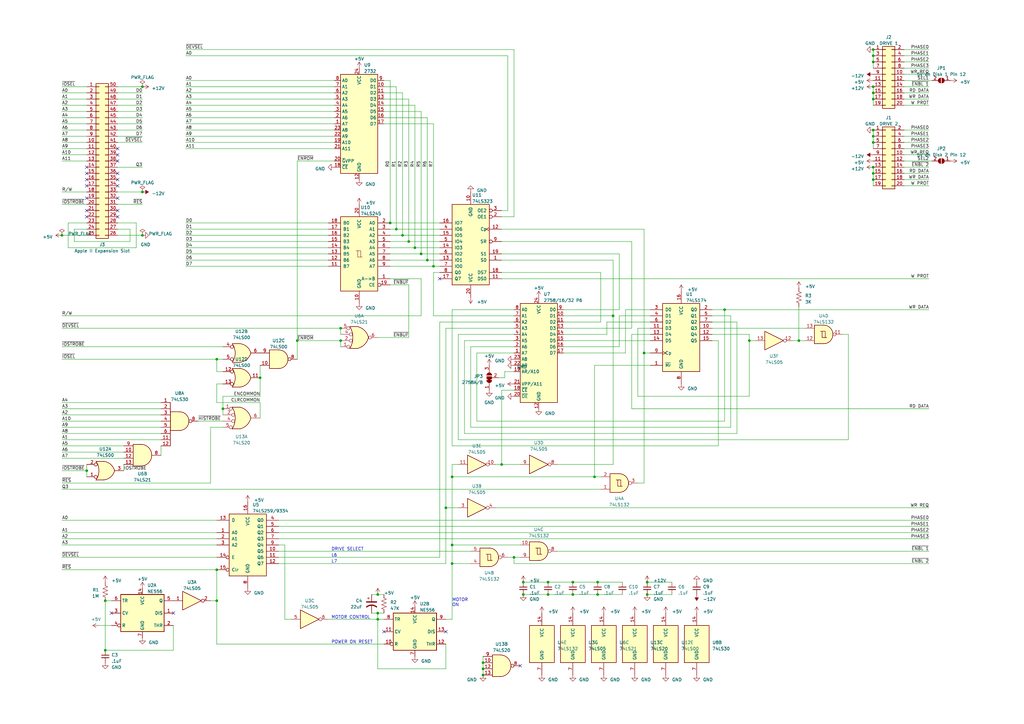
<source format=kicad_sch>
(kicad_sch (version 20230121) (generator eeschema)
  (paper "A3")
  (title_block (title "SmartDiskII") (date "2023-07-22") (rev "0") (company "Bradley Bell"))
  (junction (at 185.42 195.58))
  (junction (at 205.74 190.5))
  (junction (at 358.14 58.42))
  (junction (at 358.14 55.88))
  (junction (at 198.12 271.78))
  (junction (at 154.94 254))
  (junction (at 198.12 276.86))
  (junction (at 251.46 129.54))
  (junction (at 139.7 139.7))
  (junction (at 297.18 127))
  (junction (at 358.14 25.4))
  (junction (at 58.42 96.52))
  (junction (at 358.14 68.58))
  (junction (at 185.42 231.14))
  (junction (at 139.7 134.62))
  (junction (at 358.14 73.66))
  (junction (at 488.95 99.06))
  (junction (at 265.43 243.84))
  (junction (at 160.02 91.44))
  (junction (at 177.8 109.22))
  (junction (at 327.66 139.7))
  (junction (at 245.11 238.76))
  (junction (at 185.42 223.52))
  (junction (at 58.42 78.74))
  (junction (at 447.04 86.36))
  (junction (at 88.9 246.38))
  (junction (at 358.14 40.64))
  (junction (at 214.63 238.76))
  (junction (at 25.4 96.52))
  (junction (at 165.1 96.52))
  (junction (at 35.56 193.04))
  (junction (at 154.94 243.84))
  (junction (at 265.43 238.76))
  (junction (at 172.72 104.14))
  (junction (at 88.9 147.32))
  (junction (at 106.68 154.94))
  (junction (at 488.95 83.82))
  (junction (at 243.84 195.58))
  (junction (at 91.44 167.64))
  (junction (at 210.82 228.6))
  (junction (at 88.9 233.68))
  (junction (at 43.18 266.7))
  (junction (at 447.04 99.06))
  (junction (at 245.11 243.84))
  (junction (at 214.63 243.84))
  (junction (at 43.18 246.38))
  (junction (at 358.14 22.86))
  (junction (at 358.14 35.56))
  (junction (at 198.12 274.32))
  (junction (at 175.26 106.68))
  (junction (at 447.04 83.82))
  (junction (at 121.92 139.7))
  (junction (at 447.04 88.9))
  (junction (at 358.14 53.34))
  (junction (at 167.64 99.06))
  (junction (at 154.94 251.46))
  (junction (at 170.18 101.6))
  (junction (at 358.14 20.32))
  (junction (at 234.95 243.84))
  (junction (at 182.88 208.28))
  (junction (at 234.95 238.76))
  (junction (at 162.56 93.98))
  (junction (at 224.79 238.76))
  (junction (at 224.79 243.84))
  (junction (at 358.14 38.1))
  (junction (at 358.14 71.12))
  (junction (at 264.16 144.78))
  (junction (at 307.34 139.7))
  (junction (at 58.42 35.56))
  (no_connect (at 48.26 71.12))
  (no_connect (at 35.56 71.12))
  (no_connect (at 500.38 71.12))
  (no_connect (at 48.26 73.66))
  (no_connect (at 35.56 76.2))
  (no_connect (at 35.56 68.58))
  (no_connect (at 35.56 73.66))
  (no_connect (at 48.26 63.5))
  (no_connect (at 500.38 55.88))
  (no_connect (at 180.34 114.3))
  (no_connect (at 488.95 106.68))
  (no_connect (at 48.26 60.96))
  (no_connect (at 488.95 104.14))
  (no_connect (at 35.56 86.36))
  (no_connect (at 35.56 81.28))
  (no_connect (at 500.38 12.7))
  (no_connect (at 48.26 86.36))
  (no_connect (at 45.72 251.46))
  (no_connect (at 182.88 259.08))
  (no_connect (at 157.48 259.08))
  (no_connect (at 71.12 251.46))
  (no_connect (at 48.26 81.28))
  (no_connect (at 48.26 88.9))
  (no_connect (at 500.38 73.66))
  (no_connect (at 35.56 88.9))
  (no_connect (at 48.26 66.04))
  (no_connect (at 48.26 76.2))
  (no_connect (at 213.36 273.05))
  (wire (pts (xy 265.43 243.84) (xy 275.59 243.84)))
  (wire (pts (xy 160.02 96.52) (xy 165.1 96.52)))
  (wire (pts (xy 160.02 99.06) (xy 167.64 99.06)))
  (wire (pts (xy 243.84 195.58) (xy 185.42 195.58)))
  (wire (pts (xy 91.44 162.56) (xy 106.68 162.56)))
  (wire (pts (xy 154.94 254) (xy 157.48 254)))
  (wire (pts (xy 76.2 53.34) (xy 137.16 53.34)))
  (wire (pts (xy 88.9 157.48) (xy 91.44 157.48)))
  (wire (pts (xy 154.94 251.46) (xy 154.94 254)))
  (wire (pts (xy 370.84 35.56) (xy 381 35.56)))
  (wire (pts (xy 259.08 99.06) (xy 259.08 134.62)))
  (wire (pts (xy 81.28 172.72) (xy 91.44 172.72)))
  (wire (pts (xy 254 104.14) (xy 254 127)))
  (wire (pts (xy 25.4 129.54) (xy 172.72 129.54)))
  (wire (pts (xy 154.94 274.32) (xy 154.94 254)))
  (wire (pts (xy 160.02 91.44) (xy 180.34 91.44)))
  (wire (pts (xy 447.04 22.86) (xy 457.2 22.86)))
  (wire (pts (xy 251.46 106.68) (xy 205.74 106.68)))
  (wire (pts (xy 234.95 238.76) (xy 245.11 238.76)))
  (wire (pts (xy 25.4 182.88) (xy 50.8 182.88)))
  (wire (pts (xy 86.36 175.26) (xy 91.44 175.26)))
  (wire (pts (xy 25.4 66.04) (xy 35.56 66.04)))
  (wire (pts (xy 162.56 93.98) (xy 162.56 35.56)))
  (wire (pts (xy 58.42 40.64) (xy 48.26 40.64)))
  (wire (pts (xy 447.04 38.1) (xy 457.2 38.1)))
  (wire (pts (xy 481.33 91.44) (xy 488.95 91.44)))
  (wire (pts (xy 203.2 208.28) (xy 381 208.28)))
  (wire (pts (xy 370.84 63.5) (xy 381 63.5)))
  (wire (pts (xy 214.63 238.76) (xy 224.79 238.76)))
  (wire (pts (xy 114.3 215.9) (xy 381 215.9)))
  (wire (pts (xy 501.65 86.36) (xy 511.81 86.36)))
  (wire (pts (xy 25.4 134.62) (xy 139.7 134.62)))
  (wire (pts (xy 436.88 104.14) (xy 447.04 104.14)))
  (wire (pts (xy 76.2 99.06) (xy 134.62 99.06)))
  (wire (pts (xy 27.94 101.6) (xy 27.94 91.44)))
  (wire (pts (xy 469.9 99.06) (xy 459.74 99.06)))
  (wire (pts (xy 25.4 167.64) (xy 66.04 167.64)))
  (wire (pts (xy 261.62 162.56) (xy 261.62 134.62)))
  (wire (pts (xy 55.88 101.6) (xy 27.94 101.6)))
  (wire (pts (xy 43.18 266.7) (xy 43.18 246.38)))
  (wire (pts (xy 198.12 274.32) (xy 198.12 271.78)))
  (wire (pts (xy 256.54 127) (xy 266.7 127)))
  (wire (pts (xy 25.4 45.72) (xy 35.56 45.72)))
  (wire (pts (xy 25.4 185.42) (xy 50.8 185.42)))
  (wire (pts (xy 488.95 83.82) (xy 488.95 86.36)))
  (wire (pts (xy 370.84 22.86) (xy 381 22.86)))
  (wire (pts (xy 231.14 144.78) (xy 256.54 144.78)))
  (wire (pts (xy 167.64 138.43) (xy 167.64 116.84)))
  (wire (pts (xy 205.74 160.02) (xy 210.82 160.02)))
  (wire (pts (xy 490.22 68.58) (xy 500.38 68.58)))
  (wire (pts (xy 35.56 193.04) (xy 35.56 190.5)))
  (wire (pts (xy 76.2 109.22) (xy 134.62 109.22)))
  (wire (pts (xy 71.12 256.54) (xy 71.12 266.7)))
  (wire (pts (xy 205.74 86.36) (xy 208.28 86.36)))
  (wire (pts (xy 469.9 91.44) (xy 459.74 91.44)))
  (wire (pts (xy 58.42 48.26) (xy 48.26 48.26)))
  (wire (pts (xy 76.2 93.98) (xy 134.62 93.98)))
  (wire (pts (xy 292.1 134.62) (xy 330.2 134.62)))
  (wire (pts (xy 48.26 91.44) (xy 55.88 91.44)))
  (wire (pts (xy 76.2 22.86) (xy 208.28 22.86)))
  (wire (pts (xy 58.42 68.58) (xy 48.26 68.58)))
  (wire (pts (xy 245.11 238.76) (xy 255.27 238.76)))
  (wire (pts (xy 210.82 137.16) (xy 187.96 137.16)))
  (wire (pts (xy 447.04 45.72) (xy 457.2 45.72)))
  (wire (pts (xy 307.34 139.7) (xy 307.34 162.56)))
  (wire (pts (xy 490.22 33.02) (xy 500.38 33.02)))
  (wire (pts (xy 447.04 53.34) (xy 457.2 53.34)))
  (wire (pts (xy 25.4 172.72) (xy 66.04 172.72)))
  (wire (pts (xy 76.2 106.68) (xy 134.62 106.68)))
  (wire (pts (xy 292.1 127) (xy 297.18 127)))
  (wire (pts (xy 121.92 66.04) (xy 121.92 139.7)))
  (wire (pts (xy 154.94 138.43) (xy 167.64 138.43)))
  (wire (pts (xy 185.42 223.52) (xy 185.42 231.14)))
  (wire (pts (xy 55.88 91.44) (xy 55.88 101.6)))
  (wire (pts (xy 358.14 68.58) (xy 358.14 71.12)))
  (wire (pts (xy 228.6 190.5) (xy 251.46 190.5)))
  (wire (pts (xy 30.48 93.98) (xy 35.56 93.98)))
  (wire (pts (xy 185.42 190.5) (xy 187.96 190.5)))
  (wire (pts (xy 76.2 101.6) (xy 134.62 101.6)))
  (wire (pts (xy 370.84 58.42) (xy 381 58.42)))
  (wire (pts (xy 25.4 187.96) (xy 50.8 187.96)))
  (wire (pts (xy 180.34 228.6) (xy 114.3 228.6)))
  (wire (pts (xy 370.84 20.32) (xy 381 20.32)))
  (wire (pts (xy 447.04 55.88) (xy 457.2 55.88)))
  (wire (pts (xy 447.04 17.78) (xy 457.2 17.78)))
  (wire (pts (xy 25.4 142.24) (xy 91.44 142.24)))
  (wire (pts (xy 157.48 48.26) (xy 175.26 48.26)))
  (wire (pts (xy 157.48 45.72) (xy 172.72 45.72)))
  (wire (pts (xy 76.2 33.02) (xy 137.16 33.02)))
  (wire (pts (xy 139.7 139.7) (xy 139.7 142.24)))
  (wire (pts (xy 347.98 180.34) (xy 347.98 137.16)))
  (wire (pts (xy 207.01 152.4) (xy 210.82 152.4)))
  (wire (pts (xy 35.56 195.58) (xy 35.56 193.04)))
  (wire (pts (xy 205.74 93.98) (xy 264.16 93.98)))
  (wire (pts (xy 91.44 167.64) (xy 91.44 162.56)))
  (wire (pts (xy 160.02 116.84) (xy 167.64 116.84)))
  (wire (pts (xy 177.8 129.54) (xy 210.82 129.54)))
  (wire (pts (xy 157.48 264.16) (xy 88.9 264.16)))
  (wire (pts (xy 160.02 109.22) (xy 177.8 109.22)))
  (wire (pts (xy 292.1 132.08) (xy 302.26 132.08)))
  (wire (pts (xy 210.82 88.9) (xy 210.82 20.32)))
  (wire (pts (xy 53.34 93.98) (xy 53.34 99.06)))
  (wire (pts (xy 182.88 208.28) (xy 182.88 231.14)))
  (wire (pts (xy 370.84 76.2) (xy 381 76.2)))
  (wire (pts (xy 490.22 27.94) (xy 500.38 27.94)))
  (wire (pts (xy 172.72 114.3) (xy 160.02 114.3)))
  (wire (pts (xy 447.04 99.06) (xy 447.04 101.6)))
  (wire (pts (xy 447.04 12.7) (xy 457.2 12.7)))
  (wire (pts (xy 488.95 99.06) (xy 488.95 101.6)))
  (wire (pts (xy 187.96 180.34) (xy 347.98 180.34)))
  (wire (pts (xy 172.72 129.54) (xy 172.72 114.3)))
  (wire (pts (xy 490.22 22.86) (xy 500.38 22.86)))
  (wire (pts (xy 264.16 93.98) (xy 264.16 144.78)))
  (wire (pts (xy 447.04 33.02) (xy 457.2 33.02)))
  (wire (pts (xy 224.79 243.84) (xy 234.95 243.84)))
  (wire (pts (xy 185.42 195.58) (xy 185.42 190.5)))
  (wire (pts (xy 231.14 137.16) (xy 248.92 137.16)))
  (wire (pts (xy 25.4 53.34) (xy 35.56 53.34)))
  (wire (pts (xy 210.82 127) (xy 185.42 127)))
  (wire (pts (xy 25.4 40.64) (xy 35.56 40.64)))
  (wire (pts (xy 88.9 165.1) (xy 88.9 157.48)))
  (wire (pts (xy 358.14 22.86) (xy 358.14 25.4)))
  (wire (pts (xy 243.84 195.58) (xy 246.38 195.58)))
  (wire (pts (xy 25.4 223.52) (xy 88.9 223.52)))
  (wire (pts (xy 501.65 91.44) (xy 511.81 91.44)))
  (wire (pts (xy 447.04 27.94) (xy 457.2 27.94)))
  (wire (pts (xy 447.04 43.18) (xy 457.2 43.18)))
  (wire (pts (xy 114.3 231.14) (xy 182.88 231.14)))
  (wire (pts (xy 210.82 134.62) (xy 182.88 134.62)))
  (wire (pts (xy 254 142.24) (xy 254 129.54)))
  (wire (pts (xy 370.84 60.96) (xy 381 60.96)))
  (wire (pts (xy 358.14 20.32) (xy 358.14 22.86)))
  (wire (pts (xy 58.42 78.74) (xy 48.26 78.74)))
  (wire (pts (xy 370.84 66.04) (xy 382.27 66.04)))
  (wire (pts (xy 490.22 15.24) (xy 500.38 15.24)))
  (wire (pts (xy 177.8 109.22) (xy 177.8 50.8)))
  (wire (pts (xy 370.84 53.34) (xy 381 53.34)))
  (wire (pts (xy 76.2 55.88) (xy 137.16 55.88)))
  (wire (pts (xy 447.04 20.32) (xy 457.2 20.32)))
  (wire (pts (xy 76.2 35.56) (xy 137.16 35.56)))
  (wire (pts (xy 139.7 137.16) (xy 139.7 134.62)))
  (wire (pts (xy 370.84 40.64) (xy 381 40.64)))
  (wire (pts (xy 157.48 35.56) (xy 162.56 35.56)))
  (wire (pts (xy 88.9 152.4) (xy 91.44 152.4)))
  (wire (pts (xy 447.04 35.56) (xy 457.2 35.56)))
  (wire (pts (xy 175.26 106.68) (xy 180.34 106.68)))
  (wire (pts (xy 469.9 93.98) (xy 459.74 93.98)))
  (wire (pts (xy 490.22 58.42) (xy 500.38 58.42)))
  (wire (pts (xy 30.48 99.06) (xy 30.48 93.98)))
  (wire (pts (xy 231.14 129.54) (xy 251.46 129.54)))
  (wire (pts (xy 370.84 71.12) (xy 381 71.12)))
  (wire (pts (xy 248.92 132.08) (xy 266.7 132.08)))
  (wire (pts (xy 501.65 93.98) (xy 511.81 93.98)))
  (wire (pts (xy 327.66 139.7) (xy 330.2 139.7)))
  (wire (pts (xy 198.12 276.86) (xy 198.12 274.32)))
  (wire (pts (xy 358.14 55.88) (xy 358.14 58.42)))
  (wire (pts (xy 210.82 139.7) (xy 190.5 139.7)))
  (wire (pts (xy 160.02 101.6) (xy 170.18 101.6)))
  (wire (pts (xy 25.4 165.1) (xy 66.04 165.1)))
  (wire (pts (xy 214.63 243.84) (xy 224.79 243.84)))
  (wire (pts (xy 231.14 139.7) (xy 266.7 139.7)))
  (wire (pts (xy 469.9 106.68) (xy 459.74 106.68)))
  (wire (pts (xy 157.48 40.64) (xy 167.64 40.64)))
  (wire (pts (xy 436.88 106.68) (xy 447.04 106.68)))
  (wire (pts (xy 25.4 228.6) (xy 88.9 228.6)))
  (wire (pts (xy 167.64 99.06) (xy 167.64 40.64)))
  (wire (pts (xy 170.18 101.6) (xy 180.34 101.6)))
  (wire (pts (xy 251.46 190.5) (xy 251.46 129.54)))
  (wire (pts (xy 205.74 99.06) (xy 259.08 99.06)))
  (wire (pts (xy 180.34 111.76) (xy 177.8 111.76)))
  (wire (pts (xy 76.2 104.14) (xy 134.62 104.14)))
  (wire (pts (xy 358.14 71.12) (xy 358.14 73.66)))
  (wire (pts (xy 25.4 213.36) (xy 88.9 213.36)))
  (wire (pts (xy 76.2 45.72) (xy 137.16 45.72)))
  (wire (pts (xy 490.22 38.1) (xy 500.38 38.1)))
  (wire (pts (xy 76.2 96.52) (xy 134.62 96.52)))
  (wire (pts (xy 490.22 60.96) (xy 500.38 60.96)))
  (wire (pts (xy 299.72 175.26) (xy 193.04 175.26)))
  (wire (pts (xy 205.74 88.9) (xy 210.82 88.9)))
  (wire (pts (xy 370.84 27.94) (xy 381 27.94)))
  (wire (pts (xy 71.12 266.7) (xy 43.18 266.7)))
  (wire (pts (xy 48.26 96.52) (xy 58.42 96.52)))
  (wire (pts (xy 86.36 246.38) (xy 88.9 246.38)))
  (wire (pts (xy 447.04 83.82) (xy 447.04 86.36)))
  (wire (pts (xy 177.8 111.76) (xy 177.8 129.54)))
  (wire (pts (xy 195.58 144.78) (xy 195.58 172.72)))
  (wire (pts (xy 447.04 48.26) (xy 457.2 48.26)))
  (wire (pts (xy 180.34 132.08) (xy 180.34 228.6)))
  (wire (pts (xy 490.22 63.5) (xy 500.38 63.5)))
  (wire (pts (xy 370.84 30.48) (xy 381 30.48)))
  (wire (pts (xy 490.22 40.64) (xy 500.38 40.64)))
  (wire (pts (xy 76.2 48.26) (xy 137.16 48.26)))
  (wire (pts (xy 501.65 99.06) (xy 511.81 99.06)))
  (wire (pts (xy 245.11 243.84) (xy 255.27 243.84)))
  (wire (pts (xy 511.81 96.52) (xy 501.65 96.52)))
  (wire (pts (xy 121.92 66.04) (xy 137.16 66.04)))
  (wire (pts (xy 152.4 243.84) (xy 154.94 243.84)))
  (wire (pts (xy 259.08 167.64) (xy 381 167.64)))
  (wire (pts (xy 185.42 182.88) (xy 294.64 182.88)))
  (wire (pts (xy 25.4 83.82) (xy 35.56 83.82)))
  (wire (pts (xy 243.84 149.86) (xy 266.7 149.86)))
  (wire (pts (xy 182.88 264.16) (xy 182.88 274.32)))
  (wire (pts (xy 447.04 58.42) (xy 457.2 58.42)))
  (wire (pts (xy 265.43 238.76) (xy 275.59 238.76)))
  (wire (pts (xy 25.4 96.52) (xy 35.56 96.52)))
  (wire (pts (xy 43.18 246.38) (xy 45.72 246.38)))
  (wire (pts (xy 182.88 134.62) (xy 182.88 208.28)))
  (wire (pts (xy 224.79 238.76) (xy 234.95 238.76)))
  (wire (pts (xy 358.14 53.34) (xy 358.14 55.88)))
  (wire (pts (xy 88.9 147.32) (xy 91.44 147.32)))
  (wire (pts (xy 490.22 66.04) (xy 500.38 66.04)))
  (wire (pts (xy 205.74 160.02) (xy 205.74 190.5)))
  (wire (pts (xy 307.34 137.16) (xy 307.34 139.7)))
  (wire (pts (xy 25.4 63.5) (xy 35.56 63.5)))
  (wire (pts (xy 193.04 142.24) (xy 210.82 142.24)))
  (wire (pts (xy 114.3 226.06) (xy 193.04 226.06)))
  (wire (pts (xy 447.04 88.9) (xy 447.04 91.44)))
  (wire (pts (xy 190.5 177.8) (xy 302.26 177.8)))
  (wire (pts (xy 469.9 96.52) (xy 459.74 96.52)))
  (wire (pts (xy 25.4 193.04) (xy 35.56 193.04)))
  (wire (pts (xy 490.22 50.8) (xy 500.38 50.8)))
  (wire (pts (xy 501.65 88.9) (xy 511.81 88.9)))
  (wire (pts (xy 210.82 132.08) (xy 180.34 132.08)))
  (wire (pts (xy 501.65 101.6) (xy 511.81 101.6)))
  (wire (pts (xy 490.22 48.26) (xy 500.38 48.26)))
  (wire (pts (xy 307.34 162.56) (xy 261.62 162.56)))
  (wire (pts (xy 246.38 111.76) (xy 205.74 111.76)))
  (wire (pts (xy 251.46 106.68) (xy 251.46 129.54)))
  (wire (pts (xy 154.94 251.46) (xy 157.48 251.46)))
  (wire (pts (xy 116.84 254) (xy 119.38 254)))
  (wire (pts (xy 25.4 175.26) (xy 66.04 175.26)))
  (wire (pts (xy 358.14 35.56) (xy 358.14 38.1)))
  (wire (pts (xy 501.65 83.82) (xy 511.81 83.82)))
  (wire (pts (xy 501.65 106.68) (xy 511.81 106.68)))
  (wire (pts (xy 370.84 25.4) (xy 381 25.4)))
  (wire (pts (xy 490.22 30.48) (xy 500.38 30.48)))
  (wire (pts (xy 25.4 218.44) (xy 88.9 218.44)))
  (wire (pts (xy 165.1 96.52) (xy 165.1 38.1)))
  (wire (pts (xy 297.18 127) (xy 381 127)))
  (wire (pts (xy 490.22 25.4) (xy 500.38 25.4)))
  (wire (pts (xy 490.22 35.56) (xy 500.38 35.56)))
  (wire (pts (xy 264.16 198.12) (xy 261.62 198.12)))
  (wire (pts (xy 152.4 251.46) (xy 154.94 251.46)))
  (wire (pts (xy 490.22 53.34) (xy 500.38 53.34)))
  (wire (pts (xy 114.3 213.36) (xy 381 213.36)))
  (wire (pts (xy 370.84 38.1) (xy 381 38.1)))
  (wire (pts (xy 299.72 129.54) (xy 299.72 175.26)))
  (wire (pts (xy 76.2 60.96) (xy 137.16 60.96)))
  (wire (pts (xy 25.4 147.32) (xy 88.9 147.32)))
  (wire (pts (xy 76.2 43.18) (xy 137.16 43.18)))
  (wire (pts (xy 48.26 50.8) (xy 58.42 50.8)))
  (wire (pts (xy 292.1 129.54) (xy 299.72 129.54)))
  (wire (pts (xy 208.28 86.36) (xy 208.28 22.86)))
  (wire (pts (xy 447.04 40.64) (xy 457.2 40.64)))
  (wire (pts (xy 172.72 45.72) (xy 172.72 104.14)))
  (wire (pts (xy 25.4 48.26) (xy 35.56 48.26)))
  (wire (pts (xy 121.92 139.7) (xy 139.7 139.7)))
  (wire (pts (xy 50.8 193.04) (xy 50.8 190.5)))
  (wire (pts (xy 469.9 101.6) (xy 459.74 101.6)))
  (wire (pts (xy 259.08 137.16) (xy 266.7 137.16)))
  (wire (pts (xy 243.84 149.86) (xy 243.84 195.58)))
  (wire (pts (xy 256.54 144.78) (xy 256.54 127)))
  (wire (pts (xy 40.64 256.54) (xy 45.72 256.54)))
  (wire (pts (xy 25.4 170.18) (xy 66.04 170.18)))
  (wire (pts (xy 25.4 58.42) (xy 35.56 58.42)))
  (wire (pts (xy 231.14 127) (xy 254 127)))
  (wire (pts (xy 25.4 60.96) (xy 35.56 60.96)))
  (wire (pts (xy 358.14 38.1) (xy 358.14 40.64)))
  (wire (pts (xy 203.2 190.5) (xy 205.74 190.5)))
  (wire (pts (xy 86.36 198.12) (xy 86.36 175.26)))
  (wire (pts (xy 88.9 246.38) (xy 88.9 264.16)))
  (wire (pts (xy 327.66 139.7) (xy 327.66 125.73)))
  (wire (pts (xy 165.1 96.52) (xy 180.34 96.52)))
  (wire (pts (xy 25.4 177.8) (xy 66.04 177.8)))
  (wire (pts (xy 25.4 198.12) (xy 86.36 198.12)))
  (wire (pts (xy 213.36 190.5) (xy 205.74 190.5)))
  (wire (pts (xy 185.42 223.52) (xy 185.42 195.58)))
  (wire (pts (xy 469.9 104.14) (xy 459.74 104.14)))
  (wire (pts (xy 264.16 144.78) (xy 264.16 198.12)))
  (wire (pts (xy 114.3 223.52) (xy 116.84 223.52)))
  (wire (pts (xy 25.4 55.88) (xy 35.56 55.88)))
  (wire (pts (xy 160.02 91.44) (xy 160.02 33.02)))
  (wire (pts (xy 469.9 83.82) (xy 459.74 83.82)))
  (wire (pts (xy 447.04 30.48) (xy 457.2 30.48)))
  (wire (pts (xy 185.42 254) (xy 182.88 254)))
  (wire (pts (xy 447.04 86.36) (xy 447.04 88.9)))
  (wire (pts (xy 48.26 55.88) (xy 58.42 55.88)))
  (wire (pts (xy 157.48 38.1) (xy 165.1 38.1)))
  (wire (pts (xy 25.4 200.66) (xy 246.38 200.66)))
  (wire (pts (xy 297.18 172.72) (xy 297.18 127)))
  (wire (pts (xy 58.42 35.56) (xy 48.26 35.56)))
  (wire (pts (xy 116.84 223.52) (xy 116.84 254)))
  (wire (pts (xy 121.92 139.7) (xy 121.92 147.32)))
  (wire (pts (xy 157.48 50.8) (xy 177.8 50.8)))
  (wire (pts (xy 292.1 137.16) (xy 307.34 137.16)))
  (wire (pts (xy 294.64 182.88) (xy 294.64 139.7)))
  (wire (pts (xy 370.84 55.88) (xy 381 55.88)))
  (wire (pts (xy 231.14 132.08) (xy 246.38 132.08)))
  (wire (pts (xy 198.12 271.78) (xy 198.12 269.24)))
  (wire (pts (xy 490.22 45.72) (xy 500.38 45.72)))
  (wire (pts (xy 25.4 233.68) (xy 88.9 233.68)))
  (wire (pts (xy 254 104.14) (xy 205.74 104.14)))
  (wire (pts (xy 193.04 175.26) (xy 193.04 142.24)))
  (wire (pts (xy 228.6 226.06) (xy 381 226.06)))
  (wire (pts (xy 58.42 53.34) (xy 48.26 53.34)))
  (wire (pts (xy 25.4 43.18) (xy 35.56 43.18)))
  (wire (pts (xy 248.92 137.16) (xy 248.92 132.08)))
  (wire (pts (xy 231.14 142.24) (xy 254 142.24)))
  (wire (pts (xy 447.04 25.4) (xy 457.2 25.4)))
  (wire (pts (xy 76.2 58.42) (xy 137.16 58.42)))
  (wire (pts (xy 370.84 43.18) (xy 381 43.18)))
  (wire (pts (xy 76.2 40.64) (xy 137.16 40.64)))
  (wire (pts (xy 88.9 147.32) (xy 88.9 152.4)))
  (wire (pts (xy 25.4 50.8) (xy 35.56 50.8)))
  (wire (pts (xy 58.42 43.18) (xy 48.26 43.18)))
  (wire (pts (xy 157.48 43.18) (xy 170.18 43.18)))
  (wire (pts (xy 187.96 137.16) (xy 187.96 180.34)))
  (wire (pts (xy 154.94 243.84) (xy 157.48 243.84)))
  (wire (pts (xy 190.5 139.7) (xy 190.5 177.8)))
  (wire (pts (xy 170.18 101.6) (xy 170.18 43.18)))
  (wire (pts (xy 106.68 162.56) (xy 106.68 154.94)))
  (wire (pts (xy 309.88 139.7) (xy 307.34 139.7)))
  (wire (pts (xy 358.14 40.64) (xy 358.14 43.18)))
  (wire (pts (xy 27.94 91.44) (xy 35.56 91.44)))
  (wire (pts (xy 48.26 93.98) (xy 53.34 93.98)))
  (wire (pts (xy 185.42 223.52) (xy 213.36 223.52)))
  (wire (pts (xy 91.44 167.64) (xy 91.44 170.18)))
  (wire (pts (xy 481.33 88.9) (xy 488.95 88.9)))
  (wire (pts (xy 182.88 208.28) (xy 187.96 208.28)))
  (wire (pts (xy 490.22 20.32) (xy 500.38 20.32)))
  (wire (pts (xy 157.48 33.02) (xy 160.02 33.02)))
  (wire (pts (xy 25.4 78.74) (xy 35.56 78.74)))
  (wire (pts (xy 490.22 43.18) (xy 500.38 43.18)))
  (wire (pts (xy 160.02 104.14) (xy 172.72 104.14)))
  (wire (pts (xy 358.14 25.4) (xy 358.14 27.94)))
  (wire (pts (xy 167.64 99.06) (xy 180.34 99.06)))
  (wire (pts (xy 246.38 111.76) (xy 246.38 132.08)))
  (wire (pts (xy 114.3 220.98) (xy 381 220.98)))
  (wire (pts (xy 490.22 17.78) (xy 500.38 17.78)))
  (wire (pts (xy 25.4 38.1) (xy 35.56 38.1)))
  (wire (pts (xy 58.42 38.1) (xy 48.26 38.1)))
  (wire (pts (xy 231.14 134.62) (xy 259.08 134.62)))
  (wire (pts (xy 294.64 139.7) (xy 292.1 139.7)))
  (wire (pts (xy 208.28 228.6) (xy 210.82 228.6)))
  (wire (pts (xy 501.65 104.14) (xy 511.81 104.14)))
  (wire (pts (xy 48.26 45.72) (xy 58.42 45.72)))
  (wire (pts (xy 210.82 231.14) (xy 381 231.14)))
  (wire (pts (xy 114.3 218.44) (xy 381 218.44)))
  (wire (pts (xy 48.26 58.42) (xy 58.42 58.42)))
  (wire (pts (xy 76.2 50.8) (xy 137.16 50.8)))
  (wire (pts (xy 25.4 220.98) (xy 88.9 220.98)))
  (wire (pts (xy 76.2 91.44) (xy 134.62 91.44)))
  (wire (pts (xy 358.14 73.66) (xy 358.14 76.2)))
  (wire (pts (xy 210.82 144.78) (xy 195.58 144.78)))
  (wire (pts (xy 185.42 127) (xy 185.42 182.88)))
  (wire (pts (xy 358.14 58.42) (xy 358.14 60.96)))
  (wire (pts (xy 469.9 86.36) (xy 459.74 86.36)))
  (wire (pts (xy 106.68 165.1) (xy 88.9 165.1)))
  (wire (pts (xy 48.26 83.82) (xy 58.42 83.82)))
  (wire (pts (xy 182.88 274.32) (xy 154.94 274.32)))
  (wire (pts (xy 447.04 50.8) (xy 457.2 50.8)))
  (wire (pts (xy 469.9 88.9) (xy 459.74 88.9)))
  (wire (pts (xy 88.9 246.38) (xy 88.9 233.68)))
  (wire (pts (xy 302.26 177.8) (xy 302.26 132.08)))
  (wire (pts (xy 66.04 186.69) (xy 66.04 182.88)))
  (wire (pts (xy 261.62 134.62) (xy 266.7 134.62)))
  (wire (pts (xy 347.98 137.16) (xy 345.44 137.16)))
  (wire (pts (xy 207.01 154.94) (xy 207.01 152.4)))
  (wire (pts (xy 210.82 228.6) (xy 210.82 231.14)))
  (wire (pts (xy 25.4 180.34) (xy 66.04 180.34)))
  (wire (pts (xy 210.82 228.6) (xy 213.36 228.6)))
  (wire (pts (xy 160.02 106.68) (xy 175.26 106.68)))
  (wire (pts (xy 76.2 38.1) (xy 137.16 38.1)))
  (wire (pts (xy 76.2 20.32) (xy 210.82 20.32)))
  (wire (pts (xy 195.58 172.72) (xy 297.18 172.72)))
  (wire (pts (xy 207.01 154.94) (xy 204.47 154.94)))
  (wire (pts (xy 160.02 93.98) (xy 162.56 93.98)))
  (wire (pts (xy 370.84 73.66) (xy 381 73.66)))
  (wire (pts (xy 172.72 104.14) (xy 180.34 104.14)))
  (wire (pts (xy 266.7 144.78) (xy 264.16 144.78)))
  (wire (pts (xy 106.68 154.94) (xy 106.68 149.86)))
  (wire (pts (xy 254 129.54) (xy 266.7 129.54)))
  (wire (pts (xy 447.04 15.24) (xy 457.2 15.24)))
  (wire (pts (xy 325.12 139.7) (xy 327.66 139.7)))
  (wire (pts (xy 177.8 109.22) (xy 180.34 109.22)))
  (wire (pts (xy 106.68 171.45) (xy 106.68 165.1)))
  (wire (pts (xy 134.62 254) (xy 154.94 254)))
  (wire (pts (xy 259.08 167.64) (xy 259.08 137.16)))
  (wire (pts (xy 162.56 93.98) (xy 180.34 93.98)))
  (wire (pts (xy 205.74 114.3) (xy 381 114.3)))
  (wire (pts (xy 234.95 243.84) (xy 245.11 243.84)))
  (wire (pts (xy 53.34 99.06) (xy 30.48 99.06)))
  (wire (pts (xy 370.84 33.02) (xy 382.27 33.02)))
  (wire (pts (xy 175.26 106.68) (xy 175.26 48.26)))
  (wire (pts (xy 185.42 231.14) (xy 185.42 254)))
  (wire (pts (xy 185.42 231.14) (xy 193.04 231.14)))
  (wire (pts (xy 25.4 35.56) (xy 35.56 35.56)))
  (wire (pts (xy 370.84 68.58) (xy 381 68.58)))
  (rectangle (start 431.8 2.54) (end 520.7 111.76) (stroke (width 0) (type dash)))
  (text "MOTOR\nON" (at 185.42 248.92 0) (effects (font (size 1.27 1.27)) (justify left bottom)))
  (text "POWER ON RESET" (at 135.89 264.16 0) (effects (font (size 1.27 1.27)) (justify left bottom)))
  (text "L7" (at 135.8873 231.1006 0) (effects (font (size 1.27 1.27)) (justify left bottom)))
  (text "DRIVE SELECT" (at 135.89 226.06 0) (effects (font (size 1.27 1.27)) (justify left bottom)))
  (text "MOTOR CONTROL" (at 135.89 254 0) (effects (font (size 1.27 1.27)) (justify left bottom)))
  (text "L6" (at 135.89 228.6 0) (effects (font (size 1.27 1.27)) (justify left bottom)))
  (label "A1" (at 25.4 40.64 0))
  (label "A2" (at 76.2 38.1 0))
  (label "A2" (at 25.4 43.18 0))
  (label "A4" (at 25.4 165.1 0))
  (label "D3" (at 58.42 45.72 180))
  (label "WR REQ" (at 490.22 33.02 0))
  (label "~{DEVSEL}" (at 25.4 134.62 0))
  (label "PHASE3" (at 469.9 91.44 180))
  (label "PH0" (at 511.81 83.82 180))
  (label "~{ENBL 1}" (at 381 35.56 180))
  (label "PHASE2" (at 469.9 88.9 180))
  (label "R1" (at 162.56 68.58 90))
  (label "Q3" (at 25.4 200.66 0))
  (label "D4" (at 76.2 101.6 0))
  (label "PHASE3" (at 381 27.94 180))
  (label "A3" (at 76.2 40.64 0))
  (label "PHASE3" (at 447.04 30.48 0))
  (label "D5" (at 58.42 50.8 180))
  (label "A9" (at 76.2 55.88 0))
  (label "W PROT" (at 469.9 106.68 180))
  (label "~{EN35}" (at 481.33 91.44 0))
  (label "PHASE2" (at 381 218.44 180))
  (label "A6" (at 25.4 185.42 0))
  (label "R7" (at 177.8 68.58 90))
  (label "~{ENBUF}" (at 167.64 138.43 180))
  (label "W PROT" (at 490.22 68.58 0))
  (label "PHASE0" (at 381 20.32 180))
  (label "A7" (at 76.2 50.8 0))
  (label "D3" (at 76.2 99.06 0))
  (label "A4" (at 76.2 43.18 0))
  (label "D5" (at 76.2 104.14 0))
  (label "~{IOSEL}" (at 25.4 35.56 0))
  (label "SEL1" (at 511.81 96.52 180))
  (label "WR REQ" (at 511.81 93.98 180))
  (label "D2" (at 76.2 96.52 0))
  (label "PHASE0" (at 381 53.34 180))
  (label "A10" (at 76.2 58.42 0))
  (label "A10" (at 25.4 63.5 0))
  (label "PHASE3" (at 381 220.98 180))
  (label "A6" (at 76.2 48.26 0))
  (label "SEL2" (at 381 66.04 180))
  (label "~{HISTROBE}" (at 81.28 172.72 0))
  (label "A0" (at 76.2 33.02 0))
  (label "A3" (at 25.4 223.52 0))
  (label "A5" (at 76.2 45.72 0))
  (label "A2" (at 25.4 170.18 0))
  (label "WR DATA" (at 447.04 55.88 0))
  (label "A8" (at 76.2 53.34 0))
  (label "A8" (at 25.4 177.8 0))
  (label "R0" (at 160.02 68.58 90))
  (label "PHASE1" (at 381 215.9 180))
  (label "PH3" (at 511.81 91.44 180))
  (label "WR DATA" (at 381 127 180))
  (label "R2" (at 165.1 68.58 90))
  (label "R5" (at 172.72 68.58 90))
  (label "A7" (at 25.4 187.96 0))
  (label "D1" (at 76.2 93.98 0))
  (label "~{RES}" (at 25.4 198.12 0))
  (label "D6" (at 76.2 106.68 0))
  (label "RD DATA" (at 490.22 22.86 0))
  (label "WR DATA" (at 381 73.66 180))
  (label "~{RES}" (at 58.42 83.82 180))
  (label "W PROT" (at 381 76.2 180))
  (label "A9" (at 25.4 60.96 0))
  (label "CLRCOMMON" (at 106.68 165.1 180))
  (label "~{ENROM}" (at 121.92 139.7 0))
  (label "A3" (at 25.4 45.72 0))
  (label "~{DEVSEL}" (at 76.2 20.32 0))
  (label "~{ENBUF}" (at 167.64 116.84 180))
  (label "~{DEVSEL}" (at 25.4 228.6 0))
  (label "PHASE3" (at 490.22 35.56 0))
  (label "~{IOSTROBE}" (at 25.4 83.82 0))
  (label "A2" (at 25.4 220.98 0))
  (label "W PROT" (at 381 114.3 180))
  (label "WR REQ" (at 381 208.28 180))
  (label "RD DATA" (at 511.81 101.6 180))
  (label "D0" (at 76.2 91.44 0))
  (label "A0" (at 76.2 22.86 0))
  (label "W PROT" (at 511.81 106.68 180))
  (label "~{ENBL 1}" (at 511.81 99.06 180))
  (label "D0" (at 58.42 38.1 180))
  (label "A5" (at 25.4 182.88 0))
  (label "WR DATA" (at 469.9 104.14 180))
  (label "RD DATA" (at 381 167.64 180))
  (label "A9" (at 25.4 175.26 0))
  (label "~{ENBL 2}" (at 447.04 53.34 0))
  (label "D6" (at 58.42 53.34 180))
  (label "~{ENROM}" (at 121.92 66.04 0))
  (label "W PROT" (at 436.88 106.68 0))
  (label "WR REQ" (at 381 30.48 180))
  (label "RD DATA" (at 447.04 50.8 0))
  (label "WR DATA" (at 381 40.64 180))
  (label "PH1" (at 511.81 86.36 180))
  (label "D2" (at 58.42 43.18 180))
  (label "PHASE0" (at 469.9 83.82 180))
  (label "PHASE1" (at 469.9 86.36 180))
  (label "~{ENBL 2}" (at 381 68.58 180))
  (label "~{ENBL 2}" (at 381 231.14 180))
  (label "R3" (at 167.64 68.58 90))
  (label "~{ENBL 2}" (at 436.88 104.14 0))
  (label "~{ENBL 2}" (at 481.33 88.9 0))
  (label "IOSTROBE" (at 50.8 193.04 0))
  (label "~{ENBL 1}" (at 447.04 45.72 0))
  (label "~{ENBL 2}" (at 490.22 48.26 0))
  (label "PHASE1" (at 490.22 25.4 0))
  (label "A0" (at 25.4 213.36 0))
  (label "SEL1" (at 381 33.02 180))
  (label "A4" (at 25.4 48.26 0))
  (label "~{IOSEL}" (at 25.4 147.32 0))
  (label "PHASE2" (at 381 25.4 180))
  (label "WR DATA" (at 511.81 104.14 180))
  (label "~{IOSTROBE}" (at 25.4 142.24 0))
  (label "~{ENBL 1}" (at 490.22 63.5 0))
  (label "R{slash}W" (at 25.4 78.74 0))
  (label "A3" (at 25.4 167.64 0))
  (label "~{ENBL 1}" (at 381 226.06 180))
  (label "SEL1" (at 447.04 40.64 180))
  (label "~{IOSTROBE}" (at 25.4 193.04 0))
  (label "W PROT" (at 381 43.18 180))
  (label "WR REQ" (at 381 63.5 180))
  (label "A7" (at 25.4 55.88 0))
  (label "R6" (at 175.26 68.58 90))
  (label "WR REQ" (at 469.9 93.98 180))
  (label "W PROT" (at 447.04 58.42 0))
  (label "A6" (at 25.4 53.34 0))
  (label "R{slash}W" (at 25.4 129.54 0))
  (label "SEL1" (at 490.22 66.04 180))
  (label "A1" (at 25.4 218.44 0))
  (label "PHASE1" (at 381 22.86 180))
  (label "PHASE2" (at 447.04 25.4 0))
  (label "R4" (at 170.18 68.58 90))
  (label "PHASE0" (at 490.22 20.32 0))
  (label "A1" (at 76.2 35.56 0))
  (label "PHASE1" (at 447.04 20.32 0))
  (label "PHASE2" (at 381 58.42 180))
  (label "WR DATA" (at 490.22 38.1 0))
  (label "PHASE3" (at 381 60.96 180))
  (label "A1" (at 25.4 180.34 0))
  (label "D4" (at 58.42 48.26 180))
  (label "WR REQ" (at 447.04 35.56 0))
  (label "A5" (at 25.4 50.8 0))
  (label "RD DATA" (at 381 38.1 180))
  (label "RD DATA" (at 381 71.12 180))
  (label "PHASE0" (at 381 213.36 180))
  (label "A0" (at 25.4 38.1 0))
  (label "A11" (at 76.2 60.96 0))
  (label "SEL1" (at 469.9 96.52 180))
  (label "PHASE2" (at 490.22 30.48 0))
  (label "~{ENBL 1}" (at 469.9 99.06 180))
  (label "ENCOMMON" (at 106.68 162.56 180))
  (label "~{DEVSEL}" (at 58.42 58.42 180))
  (label "D7" (at 58.42 55.88 180))
  (label "RD DATA" (at 469.9 101.6 180))
  (label "PH2" (at 511.81 88.9 180))
  (label "A10" (at 25.4 172.72 0))
  (label "PHASE1" (at 381 55.88 180))
  (label "D7" (at 76.2 109.22 0))
  (label "Q3" (at 58.42 68.58 180))
  (label "D1" (at 58.42 40.64 180))
  (label "PHASE0" (at 447.04 15.24 0))
  (label "A11" (at 25.4 66.04 0))
  (label "~{RES}" (at 25.4 233.68 0))
  (label "A8" (at 25.4 58.42 0))
  (symbol (lib_id "power:+5V") (at 285.75 251.46 0) (unit 1)
    (property "Reference" "#PWR047" (effects hide))
    (property "Value" "+5V" (at 288.29 250.825 0) (effects (justify left)))
  )
  (symbol (lib_id "Device:C_Polarized_US") (at 152.4 247.65 0) (unit 1)
    (property "Reference" "C4" (at 148.59 246.38 0) (effects (justify right)))
    (property "Value" "22uF" (at 148.59 248.92 0) (effects (justify right)))
    (property "Footprint" "Capacitor_THT:CP_Radial_D5.0mm_P2.50mm" (effects hide))
  )
  (symbol (lib_id "74xx:74LS20") (at 205.74 273.05 0) (unit 2)
    (property "Reference" "U13" (at 205.7303 264.16 0))
    (property "Value" "74LS20" (at 205.7303 266.7 0))
    (property "Footprint" "Package_DIP:DIP-14_W7.62mm" (effects hide))
    (property "Datasheet" "http://www.ti.com/lit/gpn/sn74LS20" (effects hide))
  )
  (symbol (lib_id "74xx:74LS245") (at 147.32 104.14 0) (mirror y) (unit 1)
    (property "Reference" "U10" (at 147.9041 85.09 0) (effects (justify right)))
    (property "Value" "74LS245" (at 147.9041 87.63 0) (effects (justify right)))
    (property "Footprint" "Package_DIP:DIP-20_W7.62mm" (effects hide))
    (property "Datasheet" "http://www.ti.com/lit/gpn/sn74LS245" (effects hide))
  )
  (symbol (lib_id "power:GND") (at 490.22 53.34 270) (unit 1)
    (property "Reference" "#PWR027" (effects hide))
    (property "Value" "GND" (at 485.14 53.34 90) (effects (justify right)))
  )
  (symbol (lib_id "74xx:74LS259") (at 101.6 223.52 0) (unit 1)
    (property "Reference" "U5" (at 103.5559 207.01 0) (effects (justify left)))
    (property "Value" "74LS259/9334" (at 103.5559 209.55 0) (effects (justify left)))
    (property "Footprint" "Package_DIP:DIP-16_W7.62mm" (effects hide))
    (property "Datasheet" "https://www.ti.com/lit/ds/symlink/sn74ls259b.pdf" (effects hide))
  )
  (symbol (lib_id "74xx:74LS20") (at 99.06 171.45 0) (unit 1) (convert 2)
    (property "Reference" "U13" (at 99.0503 179.07 0))
    (property "Value" "74LS20" (at 99.0503 181.61 0))
    (property "Footprint" "Package_DIP:DIP-14_W7.62mm" (effects hide))
    (property "Datasheet" "http://www.ti.com/lit/gpn/sn74LS20" (effects hide))
  )
  (symbol (lib_id "74xx:74LS05") (at 234.95 264.16 0) (unit 7)
    (property "Reference" "U3" (at 241.3 263.525 0) (effects (justify left)))
    (property "Value" "74LS05" (at 241.3 266.065 0) (effects (justify left)))
    (property "Footprint" "Package_DIP:DIP-14_W7.62mm" (effects hide))
    (property "Datasheet" "http://www.ti.com/lit/gpn/sn74LS05" (effects hide))
  )
  (symbol (lib_id "power:+5V") (at 273.05 251.46 0) (unit 1)
    (property "Reference" "#PWR053" (effects hide))
    (property "Value" "+5V" (at 275.59 250.825 0) (effects (justify left)))
  )
  (symbol (lib_id "power:+5V") (at 25.4 96.52 90) (unit 1)
    (property "Reference" "#PWR0103" (effects hide))
    (property "Value" "+5V" (at 21.59 97.155 90) (effects (justify left)))
  )
  (symbol (lib_id "74xx:74LS00") (at 273.05 264.16 0) (unit 5)
    (property "Reference" "U12" (at 279.4 263.525 0) (effects (justify left)))
    (property "Value" "74LS00" (at 279.4 266.065 0) (effects (justify left)))
    (property "Footprint" "Package_DIP:DIP-14_W7.62mm" (effects hide))
    (property "Datasheet" "http://www.ti.com/lit/gpn/sn74ls00" (effects hide))
  )
  (symbol (lib_id "power:GND") (at 490.22 58.42 270) (unit 1)
    (property "Reference" "#PWR029" (effects hide))
    (property "Value" "GND" (at 485.14 58.42 90) (effects (justify right)))
  )
  (symbol (lib_id "power:+5V") (at 147.32 27.94 0) (unit 1)
    (property "Reference" "#PWR036" (effects hide))
    (property "Value" "+5V" (at 147.32 24.13 0))
  )
  (symbol (lib_id "Device:C_Small") (at 275.59 241.3 0) (mirror y) (unit 1)
    (property "Reference" "C6" (at 278.13 240.6713 0) (effects (justify right)))
    (property "Value" ".1uF" (at 278.13 243.2113 0) (effects (justify right)))
    (property "Footprint" "Capacitor_THT:C_Rect_L7.0mm_W2.0mm_P5.00mm" (effects hide))
  )
  (symbol (lib_id "power:GND") (at 447.04 17.78 270) (unit 1)
    (property "Reference" "#PWR03" (effects hide))
    (property "Value" "GND" (at 441.96 17.78 90) (effects (justify right)))
  )
  (symbol (lib_id "power:-12V") (at 447.04 93.98 90) (unit 1)
    (property "Reference" "#PWR034" (effects hide))
    (property "Value" "-12V" (at 443.23 94.615 90) (effects (justify left)))
  )
  (symbol (lib_id "74xx:74LS21") (at 147.32 138.43 0) (mirror x) (unit 1) (convert 2)
    (property "Reference" "U6" (at 147.3103 129.54 0))
    (property "Value" "74LS21" (at 147.3103 132.08 0))
    (property "Footprint" "Package_DIP:DIP-14_W7.62mm" (effects hide))
    (property "Datasheet" "http://www.ti.com/lit/gpn/sn74LS21" (effects hide))
  )
  (symbol (lib_name "74LS174_1") (lib_id "74xx:74LS174") (at 279.4 137.16 0) (unit 1)
    (property "Reference" "U1" (at 281.3559 120.65 0) (effects (justify left)))
    (property "Value" "74LS174" (at 281.3559 123.19 0) (effects (justify left)))
    (property "Footprint" "Package_DIP:DIP-16_W7.62mm" (effects hide))
    (property "Datasheet" "http://www.ti.com/lit/gpn/sn74LS174" (effects hide))
  )
  (symbol (lib_id "power:-12V") (at 490.22 60.96 90) (unit 1)
    (property "Reference" "#PWR031" (effects hide))
    (property "Value" "-12V" (at 485.14 60.96 90) (effects (justify left)))
  )
  (symbol (lib_id "Device:R_US") (at 157.48 247.65 180) (unit 1)
    (property "Reference" "R2" (at 160.02 247.015 0) (effects (justify right)))
    (property "Value" "47K" (at 160.02 249.555 0) (effects (justify right)))
    (property "Footprint" "Resistor_THT:R_Axial_DIN0207_L6.3mm_D2.5mm_P10.16mm_Horizontal" (effects hide))
  )
  (symbol (lib_id "Device:C_Small") (at 214.63 241.3 0) (unit 1)
    (property "Reference" "C1" (at 217.17 240.6713 0) (effects (justify left)))
    (property "Value" ".1uF" (at 217.17 243.2113 0) (effects (justify left)))
    (property "Footprint" "Capacitor_THT:C_Rect_L7.0mm_W2.0mm_P5.00mm" (effects hide))
  )
  (symbol (lib_id "power:+5V") (at 247.65 251.46 0) (unit 1)
    (property "Reference" "#PWR049" (effects hide))
    (property "Value" "+5V" (at 250.19 250.825 0) (effects (justify left)))
  )
  (symbol (lib_id "power:+12V") (at 447.04 48.26 90) (unit 1)
    (property "Reference" "#PWR023" (effects hide))
    (property "Value" "+12V" (at 441.96 48.26 90) (effects (justify left)))
  )
  (symbol (lib_id "power:GND") (at 198.12 276.86 0) (unit 1)
    (property "Reference" "#PWR039" (effects hide))
    (property "Value" "GND" (at 195.58 278.765 0) (effects (justify right)))
  )
  (symbol (lib_id "74xx:74LS132") (at 337.82 137.16 0) (mirror x) (unit 4)
    (property "Reference" "U4" (at 337.8117 129.54 0))
    (property "Value" "74LS132" (at 337.8117 132.08 0))
    (property "Footprint" "Package_DIP:DIP-14_W7.62mm" (effects hide))
    (property "Datasheet" "http://www.ti.com/lit/gpn/sn74LS132" (effects hide))
  )
  (symbol (lib_id "Device:C_Small") (at 224.79 241.3 0) (mirror y) (unit 1)
    (property "Reference" "C2" (at 227.33 240.6713 0) (effects (justify right)))
    (property "Value" ".1uF" (at 227.33 243.2113 0) (effects (justify right)))
    (property "Footprint" "Capacitor_THT:C_Rect_L7.0mm_W2.0mm_P5.00mm" (effects hide))
  )
  (symbol (lib_id "power:GND") (at 447.04 22.86 270) (unit 1)
    (property "Reference" "#PWR04" (effects hide))
    (property "Value" "GND" (at 441.96 22.86 90) (effects (justify right)))
  )
  (symbol (lib_id "power:GND") (at 447.04 27.94 270) (unit 1)
    (property "Reference" "#PWR05" (effects hide))
    (property "Value" "GND" (at 441.96 27.94 90) (effects (justify right)))
  )
  (symbol (lib_name "74LS323_1") (lib_id "74xx:74LS323") (at 193.04 101.6 180) (unit 1)
    (property "Reference" "U11" (at 193.6241 80.01 0) (effects (justify right)))
    (property "Value" "74LS323" (at 193.6241 82.55 0) (effects (justify right)))
    (property "Footprint" "Package_DIP:DIP-20_W7.62mm" (effects hide))
    (property "Datasheet" "http://www.ti.com/lit/gpn/sn74LS323" (effects hide))
  )
  (symbol (lib_id "power:-12V") (at 358.14 63.5 90) (unit 1)
    (property "Reference" "#PWR0114" (effects hide))
    (property "Value" "-12V" (at 354.33 64.135 90) (effects (justify left)))
  )
  (symbol (lib_id "power:GND") (at 358.14 20.32 270) (unit 1)
    (property "Reference" "#PWR0130" (effects hide))
    (property "Value" "GND" (at 356.87 17.78 90))
  )
  (symbol (lib_id "power:+5V") (at 222.25 251.46 0) (unit 1)
    (property "Reference" "#PWR021" (effects hide))
    (property "Value" "+5V" (at 224.79 250.825 0) (effects (justify left)))
  )
  (symbol (lib_id "power:GND") (at 285.75 238.76 180) (unit 1)
    (property "Reference" "#PWR012" (effects hide))
    (property "Value" "GND" (at 288.29 238.125 0) (effects (justify right)))
  )
  (symbol (lib_id "power:+5V") (at 220.98 121.92 0) (mirror y) (unit 1)
    (property "Reference" "#PWR040" (effects hide))
    (property "Value" "+5V" (at 220.98 118.11 0))
  )
  (symbol (lib_id "power:GND") (at 200.66 160.02 0) (unit 1)
    (property "Reference" "#PWR061" (effects hide))
    (property "Value" "GND" (at 200.66 165.1 0))
  )
  (symbol (lib_id "power:-12V") (at 447.04 33.02 90) (unit 1)
    (property "Reference" "#PWR07" (effects hide))
    (property "Value" "-12V" (at 441.96 33.02 90) (effects (justify left)))
  )
  (symbol (lib_id "Connector_Generic:Conn_02x10_Counter_Clockwise") (at 452.12 93.98 0) (unit 1) (on_board no)
    (property "Reference" "J4" (at 453.39 78.74 0))
    (property "Value" "D-SUB19 pigtail" (at 453.39 81.28 0))
    (property "Footprint" "Package_DIP:DIP-20_W7.62mm" (effects hide))
  )
  (symbol (lib_id "74xx:74LS00") (at 114.3 147.32 0) (unit 3)
    (property "Reference" "U12" (at 114.2917 139.7 0))
    (property "Value" "74LS00" (at 114.2917 142.24 0))
    (property "Footprint" "Package_DIP:DIP-14_W7.62mm" (effects hide))
    (property "Datasheet" "http://www.ti.com/lit/gpn/sn74ls00" (effects hide))
  )
  (symbol (lib_id "power:GND") (at 273.05 276.86 0) (unit 1)
    (property "Reference" "#PWR054" (effects hide))
    (property "Value" "GND" (at 275.59 278.765 0) (effects (justify left)))
  )
  (symbol (lib_id "power:-12V") (at 488.95 93.98 90) (unit 1)
    (property "Reference" "#PWR056" (effects hide))
    (property "Value" "-12V" (at 480.06 93.98 90) (effects (justify right)))
  )
  (symbol (lib_id "74xx:74LS21") (at 58.42 186.69 0) (unit 2)
    (property "Reference" "U6" (at 58.4103 194.31 0))
    (property "Value" "74LS21" (at 58.4103 196.85 0))
    (property "Footprint" "Package_DIP:DIP-14_W7.62mm" (effects hide))
    (property "Datasheet" "http://www.ti.com/lit/gpn/sn74LS21" (effects hide))
  )
  (symbol (lib_id "power:+5V") (at 154.94 243.84 0) (unit 1)
    (property "Reference" "#PWR013" (effects hide))
    (property "Value" "+5V" (at 157.48 243.205 0) (effects (justify left)))
  )
  (symbol (lib_id "power:GND") (at 220.98 167.64 0) (unit 1)
    (property "Reference" "#PWR0104" (effects hide))
    (property "Value" "GND" (at 223.52 169.545 0) (effects (justify left)))
  )
  (symbol (lib_id "74xx:74LS21") (at 247.65 264.16 0) (unit 3)
    (property "Reference" "U6" (at 254 263.525 0) (effects (justify left)))
    (property "Value" "74LS21" (at 254 266.065 0) (effects (justify left)))
    (property "Footprint" "Package_DIP:DIP-14_W7.62mm" (effects hide))
    (property "Datasheet" "http://www.ti.com/lit/gpn/sn74LS21" (effects hide))
  )
  (symbol (lib_id "power:+5V") (at 447.04 96.52 90) (unit 1)
    (property "Reference" "#PWR0136" (effects hide))
    (property "Value" "+5V" (at 443.23 97.155 90) (effects (justify left)))
  )
  (symbol (lib_id "power:+12V") (at 447.04 43.18 90) (unit 1)
    (property "Reference" "#PWR018" (effects hide))
    (property "Value" "+12V" (at 441.96 43.18 90) (effects (justify left)))
  )
  (symbol (lib_id "Connector:DB25_Plug") (at 508 43.18 0) (mirror x) (unit 1) (on_board no)
    (property "Reference" "J7" (at 508 5.08 0))
    (property "Value" "DB25_Plug" (at 508 7.62 0))
    (property "Datasheet" " ~" (effects hide))
  )
  (symbol (lib_id "74xx:74LS132") (at 220.98 226.06 0) (mirror x) (unit 3)
    (property "Reference" "U4" (at 220.9717 217.17 0))
    (property "Value" "74LS132" (at 220.9717 219.71 0))
    (property "Footprint" "Package_DIP:DIP-14_W7.62mm" (effects hide))
    (property "Datasheet" "http://www.ti.com/lit/gpn/sn74LS132" (effects hide))
  )
  (symbol (lib_id "Device:C_Small") (at 255.27 241.3 0) (mirror y) (unit 1)
    (property "Reference" "C10" (at 257.81 240.6713 0) (effects (justify right)))
    (property "Value" ".1uF" (at 257.81 243.2113 0) (effects (justify right)))
    (property "Footprint" "Capacitor_THT:C_Rect_L7.0mm_W2.0mm_P5.00mm" (effects hide))
  )
  (symbol (lib_id "Connector_Generic:Conn_02x10_Odd_Even") (at 363.22 63.5 0) (unit 1)
    (property "Reference" "J1" (at 364.49 48.26 0))
    (property "Value" "DRIVE 2" (at 364.49 50.8 0))
    (property "Footprint" "Connector_PinHeader_2.54mm:PinHeader_2x10_P2.54mm_Vertical" (effects hide))
  )
  (symbol (lib_id "power:+5V") (at 488.95 96.52 90) (unit 1)
    (property "Reference" "#PWR057" (effects hide))
    (property "Value" "+5V" (at 480.06 96.52 90) (effects (justify right)))
  )
  (symbol (lib_id "MyEprom:2732") (at 147.32 50.8 0) (unit 1)
    (property "Reference" "U9" (at 149.2759 26.67 0) (effects (justify left)))
    (property "Value" "2732" (at 149.2759 29.21 0) (effects (justify left)))
    (property "Footprint" "Package_DIP:DIP-24_W15.24mm" (effects hide))
    (property "Datasheet" "https://www.jameco.com/Jameco/Products/ProdDS/40002Intel.pdf" (effects hide))
  )
  (symbol (lib_id "power:+5V") (at 490.22 43.18 90) (unit 1)
    (property "Reference" "#PWR026" (effects hide))
    (property "Value" "+5V" (at 485.14 43.18 90) (effects (justify left)))
  )
  (symbol (lib_id "Device:R_US") (at 43.18 242.57 0) (unit 1)
    (property "Reference" "R1" (at 40.64 241.935 0) (effects (justify right)))
    (property "Value" "1M" (at 40.64 244.475 0) (effects (justify right)))
    (property "Footprint" "Resistor_THT:R_Axial_DIN0207_L6.3mm_D2.5mm_P10.16mm_Horizontal" (effects hide))
  )
  (symbol (lib_id "power:GND") (at 193.04 78.74 180) (unit 1)
    (property "Reference" "#PWR0125" (effects hide))
    (property "Value" "GND" (at 195.58 78.105 0) (effects (justify right)))
  )
  (symbol (lib_id "power:GND") (at 490.22 50.8 270) (unit 1)
    (property "Reference" "#PWR028" (effects hide))
    (property "Value" "GND" (at 485.14 50.8 90) (effects (justify right)))
  )
  (symbol (lib_id "power:+5V") (at 40.64 256.54 90) (unit 1)
    (property "Reference" "#PWR0119" (effects hide))
    (property "Value" "+5V" (at 39.37 254 90))
  )
  (symbol (lib_id "power:+5V") (at 358.14 66.04 90) (unit 1)
    (property "Reference" "#PWR0127" (effects hide))
    (property "Value" "+5V" (at 354.33 66.675 90) (effects (justify left)))
  )
  (symbol (lib_id "Device:C_Small") (at 245.11 241.3 0) (unit 1)
    (property "Reference" "C8" (at 247.65 240.6713 0) (effects (justify left)))
    (property "Value" ".1uF" (at 247.65 243.2113 0) (effects (justify left)))
    (property "Footprint" "Capacitor_THT:C_Rect_L7.0mm_W2.0mm_P5.00mm" (effects hide))
  )
  (symbol (lib_id "power:+12V") (at 58.42 35.56 270) (unit 1)
    (property "Reference" "#PWR0102" (effects hide))
    (property "Value" "+12V" (at 62.23 36.195 90) (effects (justify left)))
  )
  (symbol (lib_id "Jumper:SolderJumper_2_Open") (at 386.08 33.02 0) (mirror y) (unit 1) (in_bom no)
    (property "Reference" "JP1" (at 386.08 27.94 0))
    (property "Value" "5V on Disk 1 Pin 12" (at 386.08 30.48 0))
    (property "Footprint" "Jumper:SolderJumper-2_P1.3mm_Open_RoundedPad1.0x1.5mm" (effects hide))
  )
  (symbol (lib_id "Connector_Generic:Conn_02x10_Odd_Even") (at 363.22 30.48 0) (unit 1)
    (property "Reference" "J2" (at 364.49 15.24 0))
    (property "Value" "DRIVE 1" (at 364.49 17.78 0))
    (property "Footprint" "Connector_PinHeader_2.54mm:PinHeader_2x10_P2.54mm_Vertical" (effects hide))
  )
  (symbol (lib_id "power:+12V") (at 358.14 68.58 90) (unit 1)
    (property "Reference" "#PWR0113" (effects hide))
    (property "Value" "+12V" (at 354.33 69.215 90) (effects (justify left)))
  )
  (symbol (lib_id "power:GND") (at 279.4 157.48 0) (unit 1)
    (property "Reference" "#PWR0126" (effects hide))
    (property "Value" "GND" (at 281.94 159.385 0) (effects (justify left)))
  )
  (symbol (lib_id "power:GND") (at 490.22 17.78 270) (unit 1)
    (property "Reference" "#PWR024" (effects hide))
    (property "Value" "GND" (at 485.14 17.78 90) (effects (justify right)))
  )
  (symbol (lib_id "power:GND") (at 147.32 124.46 0) (unit 1)
    (property "Reference" "#PWR037" (effects hide))
    (property "Value" "GND" (at 149.86 126.365 0) (effects (justify left)))
  )
  (symbol (lib_id "Jumper:SolderJumper_2_Open") (at 386.08 66.04 0) (mirror y) (unit 1) (in_bom no)
    (property "Reference" "JP2" (at 386.08 60.96 0))
    (property "Value" "5V on Disk 2 Pin 12" (at 386.08 63.5 0))
    (property "Footprint" "Jumper:SolderJumper-2_P1.3mm_Open_RoundedPad1.0x1.5mm" (effects hide))
  )
  (symbol (lib_id "74xx:74LS132") (at 222.25 264.16 0) (unit 5)
    (property "Reference" "U4" (at 228.6 263.525 0) (effects (justify left)))
    (property "Value" "74LS132" (at 228.6 266.065 0) (effects (justify left)))
    (property "Footprint" "Package_DIP:DIP-14_W7.62mm" (effects hide))
    (property "Datasheet" "http://www.ti.com/lit/gpn/sn74LS132" (effects hide))
  )
  (symbol (lib_id "Jumper:SolderJumper_3_Bridged12") (at 200.66 154.94 90) (unit 1)
    (property "Reference" "JP3" (at 198.12 154.305 90) (effects (justify left)))
    (property "Value" "2758A/B" (at 198.12 156.845 90) (effects (justify left)))
    (property "Footprint" "Jumper:SolderJumper-3_P1.3mm_Bridged12_RoundedPad1.0x1.5mm_NumberLabels" (effects hide))
  )
  (symbol (lib_id "Device:C_Small") (at 234.95 241.3 0) (unit 1)
    (property "Reference" "C5" (at 237.49 240.6713 0) (effects (justify left)))
    (property "Value" ".1uF" (at 237.49 243.2113 0) (effects (justify left)))
    (property "Footprint" "Capacitor_THT:C_Rect_L7.0mm_W2.0mm_P5.00mm" (effects hide))
  )
  (symbol (lib_id "power:+5V") (at 327.66 118.11 0) (unit 1)
    (property "Reference" "#PWR09" (effects hide))
    (property "Value" "+5V" (at 330.2 117.475 0) (effects (justify left)))
  )
  (symbol (lib_id "power:-12V") (at 285.75 243.84 180) (unit 1)
    (property "Reference" "#PWR011" (effects hide))
    (property "Value" "-12V" (at 288.29 245.745 0) (effects (justify right)))
  )
  (symbol (lib_id "74xx:74LS05") (at 127 254 0) (unit 3)
    (property "Reference" "U3" (at 127 246.38 0))
    (property "Value" "74LS05" (at 127 248.92 0))
    (property "Footprint" "Package_DIP:DIP-14_W7.62mm" (effects hide))
    (property "Datasheet" "http://www.ti.com/lit/gpn/sn74LS05" (effects hide))
  )
  (symbol (lib_id "74xx:74LS132") (at 200.66 228.6 0) (mirror x) (unit 2)
    (property "Reference" "U4" (at 200.6517 234.95 0))
    (property "Value" "74LS132" (at 200.6517 237.49 0))
    (property "Footprint" "Package_DIP:DIP-14_W7.62mm" (effects hide))
    (property "Datasheet" "http://www.ti.com/lit/gpn/sn74LS132" (effects hide))
  )
  (symbol (lib_id "power:GND") (at 234.95 276.86 0) (unit 1)
    (property "Reference" "#PWR020" (effects hide))
    (property "Value" "GND" (at 237.49 278.765 0) (effects (justify left)))
  )
  (symbol (lib_id "74xx:74LS132") (at 254 198.12 0) (mirror x) (unit 1)
    (property "Reference" "U4" (at 253.9917 204.47 0))
    (property "Value" "74LS132" (at 253.9917 207.01 0))
    (property "Footprint" "Package_DIP:DIP-14_W7.62mm" (effects hide))
    (property "Datasheet" "http://www.ti.com/lit/gpn/sn74LS132" (effects hide))
  )
  (symbol (lib_id "power:GND") (at 285.75 276.86 0) (unit 1)
    (property "Reference" "#PWR048" (effects hide))
    (property "Value" "GND" (at 288.29 278.765 0) (effects (justify left)))
  )
  (symbol (lib_id "74xx:74LS05") (at 195.58 208.28 0) (unit 2)
    (property "Reference" "U3" (at 195.58 199.39 0))
    (property "Value" "74LS05" (at 195.58 201.93 0))
    (property "Footprint" "Package_DIP:DIP-14_W7.62mm" (effects hide))
    (property "Datasheet" "http://www.ti.com/lit/gpn/sn74LS05" (effects hide))
  )
  (symbol (lib_id "power:+12V") (at 490.22 45.72 90) (unit 1)
    (property "Reference" "#PWR033" (effects hide))
    (property "Value" "+12V" (at 485.14 45.72 90) (effects (justify left)))
  )
  (symbol (lib_id "Timer:NE556") (at 58.42 251.46 0) (unit 1)
    (property "Reference" "U2" (at 60.3759 240.03 0) (effects (justify left)))
    (property "Value" "NE556" (at 60.3759 242.57 0) (effects (justify left)))
    (property "Footprint" "Package_DIP:DIP-14_W7.62mm" (effects hide))
    (property "Datasheet" "http://www.ti.com/lit/ds/symlink/ne556.pdf" (effects hide))
  )
  (symbol (lib_id "power:-12V") (at 58.42 78.74 270) (unit 1)
    (property "Reference" "#PWR0106" (effects hide))
    (property "Value" "-12V" (at 62.23 79.375 90) (effects (justify left)))
  )
  (symbol (lib_id "power:+5V") (at 447.04 38.1 90) (unit 1)
    (property "Reference" "#PWR010" (effects hide))
    (property "Value" "+5V" (at 441.96 38.1 90) (effects (justify left)))
  )
  (symbol (lib_id "power:GND") (at 214.63 243.84 0) (unit 1)
    (property "Reference" "#PWR042" (effects hide))
    (property "Value" "GND" (at 217.17 245.745 0) (effects (justify left)))
  )
  (symbol (lib_id "power:GND") (at 488.95 83.82 270) (unit 1)
    (property "Reference" "#PWR055" (effects hide))
    (property "Value" "GND" (at 481.33 83.82 90) (effects (justify left)))
  )
  (symbol (lib_id "power:PWR_FLAG") (at 58.42 35.56 0) (unit 1)
    (property "Reference" "#FLG0102" (effects hide))
    (property "Value" "PWR_FLAG" (at 58.42 31.75 0))
  )
  (symbol (lib_id "power:PWR_FLAG") (at 58.42 96.52 0) (unit 1)
    (property "Reference" "#FLG0103" (effects hide))
    (property "Value" "PWR_FLAG" (at 60.96 95.885 0) (effects (justify left)))
  )
  (symbol (lib_id "Timer:NE556") (at 170.18 259.08 0) (unit 2)
    (property "Reference" "U2" (at 172.1359 247.65 0) (effects (justify left)))
    (property "Value" "NE556" (at 172.1359 250.19 0) (effects (justify left)))
    (property "Footprint" "Package_DIP:DIP-14_W7.62mm" (effects hide))
    (property "Datasheet" "http://www.ti.com/lit/ds/symlink/ne556.pdf" (effects hide))
  )
  (symbol (lib_id "power:GND") (at 101.6 241.3 0) (unit 1)
    (property "Reference" "#PWR0118" (effects hide))
    (property "Value" "GND" (at 104.14 243.205 0) (effects (justify left)))
  )
  (symbol (lib_id "power:+5V") (at 234.95 251.46 0) (unit 1)
    (property "Reference" "#PWR019" (effects hide))
    (property "Value" "+5V" (at 237.49 250.825 0) (effects (justify left)))
  )
  (symbol (lib_id "74xx:74LS00") (at 99.06 144.78 0) (unit 2) (convert 2)
    (property "Reference" "U12" (at 99.0517 135.89 0))
    (property "Value" "74LS00" (at 99.0517 138.43 0))
    (property "Footprint" "Package_DIP:DIP-14_W7.62mm" (effects hide))
    (property "Datasheet" "http://www.ti.com/lit/gpn/sn74ls00" (effects hide))
  )
  (symbol (lib_id "power:GND") (at 43.18 271.78 0) (unit 1)
    (property "Reference" "#PWR0121" (effects hide))
    (property "Value" "GND" (at 45.72 273.685 0) (effects (justify left)))
  )
  (symbol (lib_id "74xx:74LS20") (at 260.35 264.16 0) (unit 3)
    (property "Reference" "U13" (at 266.7 263.525 0) (effects (justify left)))
    (property "Value" "74LS20" (at 266.7 266.065 0) (effects (justify left)))
    (property "Footprint" "Package_DIP:DIP-14_W7.62mm" (effects hide))
    (property "Datasheet" "http://www.ti.com/lit/gpn/sn74LS20" (effects hide))
  )
  (symbol (lib_id "power:+5V") (at 200.66 149.86 0) (mirror y) (unit 1)
    (property "Reference" "#PWR068" (effects hide))
    (property "Value" "+5V" (at 200.66 146.05 0))
  )
  (symbol (lib_id "74xx:74LS30") (at 73.66 172.72 0) (unit 1)
    (property "Reference" "U8" (at 73.6517 161.29 0))
    (property "Value" "74LS30" (at 73.6517 163.83 0))
    (property "Footprint" "Package_DIP:DIP-14_W7.62mm" (effects hide))
    (property "Datasheet" "http://www.ti.com/lit/gpn/sn74LS30" (effects hide))
  )
  (symbol (lib_id "power:GND") (at 247.65 276.86 0) (unit 1)
    (property "Reference" "#PWR050" (effects hide))
    (property "Value" "GND" (at 250.19 278.765 0) (effects (justify left)))
  )
  (symbol (lib_id "74xx:74LS30") (at 285.75 264.16 0) (unit 2)
    (property "Reference" "U8" (at 292.1 263.525 0) (effects (justify left)))
    (property "Value" "74LS30" (at 292.1 266.065 0) (effects (justify left)))
    (property "Footprint" "Package_DIP:DIP-14_W7.62mm" (effects hide))
    (property "Datasheet" "http://www.ti.com/lit/gpn/sn74LS30" (effects hide))
  )
  (symbol (lib_id "power:GND") (at 265.43 243.84 0) (mirror y) (unit 1)
    (property "Reference" "#PWR017" (effects hide))
    (property "Value" "GND" (at 267.97 245.745 0) (effects (justify right)))
  )
  (symbol (lib_id "power:GND") (at 58.42 96.52 90) (unit 1)
    (property "Reference" "#PWR0105" (effects hide))
    (property "Value" "GND" (at 59.69 100.33 90))
  )
  (symbol (lib_id "power:GND") (at 447.04 83.82 270) (unit 1)
    (property "Reference" "#PWR0139" (effects hide))
    (property "Value" "GND" (at 443.23 84.455 90) (effects (justify right)))
  )
  (symbol (lib_id "power:GND") (at 210.82 162.56 270) (unit 1)
    (property "Reference" "#PWR046" (effects hide))
    (property "Value" "GND" (at 207.01 163.195 90) (effects (justify right)))
  )
  (symbol (lib_id "ambassador:2758") (at 220.98 144.78 0) (unit 1)
    (property "Reference" "U7" (at 222.9359 120.65 0) (effects (justify left)))
    (property "Value" "2758/16/32 P6" (at 222.9359 123.19 0) (effects (justify left)))
    (property "Footprint" "Package_DIP:DIP-24_W15.24mm" (effects hide))
    (property "Datasheet" "https://drive.google.com/file/d/15u310Z5ySS_i8MtV7tFiKqRBr9oR5sId/view?usp=sharing" (effects hide))
  )
  (symbol (lib_id "power:+12V") (at 358.14 35.56 90) (unit 1)
    (property "Reference" "#PWR0133" (effects hide))
    (property "Value" "+12V" (at 354.33 36.195 90) (effects (justify left)))
  )
  (symbol (lib_id "74xx:74LS05") (at 317.5 139.7 0) (unit 6)
    (property "Reference" "U3" (at 317.5 146.05 0))
    (property "Value" "74LS05" (at 317.5 148.59 0))
    (property "Footprint" "Package_DIP:DIP-14_W7.62mm" (effects hide))
    (property "Datasheet" "http://www.ti.com/lit/gpn/sn74LS05" (effects hide))
  )
  (symbol (lib_id "power:+5V") (at 279.4 119.38 0) (mirror y) (unit 1)
    (property "Reference" "#PWR041" (effects hide))
    (property "Value" "+5V" (at 281.94 118.745 0) (effects (justify right)))
  )
  (symbol (lib_id "power:+5V") (at 214.63 238.76 0) (unit 1)
    (property "Reference" "#PWR063" (effects hide))
    (property "Value" "+5V" (at 217.17 238.125 0) (effects (justify left)))
  )
  (symbol (lib_id "power:+12V") (at 490.22 40.64 90) (unit 1)
    (property "Reference" "#PWR032" (effects hide))
    (property "Value" "+12V" (at 485.14 40.64 90) (effects (justify left)))
  )
  (symbol (lib_id "Device:C_Small") (at 285.75 241.3 180) (unit 1)
    (property "Reference" "C9" (at 288.29 240.6586 0) (effects (justify right)))
    (property "Value" ".1uF" (at 288.29 243.1986 0) (effects (justify right)))
    (property "Footprint" "Capacitor_THT:C_Rect_L7.0mm_W2.0mm_P5.00mm" (effects hide))
  )
  (symbol (lib_id "power:+12V") (at 488.95 99.06 90) (unit 1)
    (property "Reference" "#PWR058" (effects hide))
    (property "Value" "+12V" (at 480.06 99.06 90) (effects (justify right)))
  )
  (symbol (lib_id "power:+5V") (at 170.18 248.92 0) (unit 1)
    (property "Reference" "#PWR0116" (effects hide))
    (property "Value" "+5V" (at 170.18 245.11 0))
  )
  (symbol (lib_id "power:+12V") (at 447.04 99.06 90) (unit 1)
    (property "Reference" "#PWR0101" (effects hide))
    (property "Value" "+12V" (at 443.23 99.695 90) (effects (justify left)))
  )
  (symbol (lib_id "power:GND") (at 210.82 147.32 270) (unit 1)
    (property "Reference" "#PWR059" (effects hide))
    (property "Value" "GND" (at 207.01 147.955 90) (effects (justify right)))
  )
  (symbol (lib_id "74xx:74LS00") (at 99.06 154.94 0) (unit 4) (convert 2)
    (property "Reference" "U12" (at 99.0517 147.32 0))
    (property "Value" "74LS00" (at 99.0517 149.86 0))
    (property "Footprint" "Package_DIP:DIP-14_W7.62mm" (effects hide))
    (property "Datasheet" "http://www.ti.com/lit/gpn/sn74ls00" (effects hide))
  )
  (symbol (lib_id "74xx:74LS00") (at 43.18 193.04 0) (mirror x) (unit 1) (convert 2)
    (property "Reference" "U12" (at 43.1717 184.15 0))
    (property "Value" "74LS00" (at 43.1717 186.69 0))
    (property "Footprint" "Package_DIP:DIP-14_W7.62mm" (effects hide))
    (property "Datasheet" "http://www.ti.com/lit/gpn/sn74ls00" (effects hide))
  )
  (symbol (lib_id "power:GND") (at 358.14 53.34 270) (unit 1)
    (property "Reference" "#PWR0128" (effects hide))
    (property "Value" "GND" (at 356.87 50.8 90))
  )
  (symbol (lib_id "power:+5V") (at 260.35 251.46 0) (unit 1)
    (property "Reference" "#PWR051" (effects hide))
    (property "Value" "+5V" (at 262.89 250.825 0) (effects (justify left)))
  )
  (symbol (lib_id "power:+5V") (at 193.04 121.92 180) (unit 1)
    (property "Reference" "#PWR0124" (effects hide))
    (property "Value" "+5V" (at 195.58 123.825 0) (effects (justify right)))
  )
  (symbol (lib_id "power:+5V") (at 389.89 33.02 270) (mirror x) (unit 1)
    (property "Reference" "#PWR044" (effects hide))
    (property "Value" "+5V" (at 393.7 33.655 90) (effects (justify left)))
  )
  (symbol (lib_id "Connector_Generic:Conn_02x10_Odd_Even") (at 494.03 93.98 0) (unit 1) (on_board no)
    (property "Reference" "J6" (at 495.3 78.74 0))
    (property "Value" "Yellowstone pinout?" (at 495.3 81.28 0))
    (property "Footprint" "Connector_PinHeader_2.54mm:PinHeader_2x10_P2.54mm_Horizontal" (effects hide))
  )
  (symbol (lib_id "power:+5V") (at 58.42 241.3 0) (unit 1)
    (property "Reference" "#PWR0123" (effects hide))
    (property "Value" "+5V" (at 58.42 237.49 0))
  )
  (symbol (lib_id "74xx:74LS05") (at 195.58 190.5 0) (unit 5)
    (property "Reference" "U3" (at 195.58 182.88 0))
    (property "Value" "74LS05" (at 195.58 185.42 0))
    (property "Footprint" "Package_DIP:DIP-14_W7.62mm" (effects hide))
    (property "Datasheet" "http://www.ti.com/lit/gpn/sn74LS05" (effects hide))
  )
  (symbol (lib_id "power:+5V") (at 147.32 83.82 0) (mirror y) (unit 1)
    (property "Reference" "#PWR035" (effects hide))
    (property "Value" "+5V" (at 149.86 83.185 0) (effects (justify right)))
  )
  (symbol (lib_id "power:+5V") (at 43.18 238.76 0) (unit 1)
    (property "Reference" "#PWR0120" (effects hide))
    (property "Value" "+5V" (at 45.72 238.125 0) (effects (justify left)))
  )
  (symbol (lib_id "power:+5V") (at 210.82 157.48 90) (mirror x) (unit 1)
    (property "Reference" "#PWR014" (effects hide))
    (property "Value" "+5V" (at 207.01 158.115 90) (effects (justify left)))
  )
  (symbol (lib_id "power:GND") (at 170.18 269.24 0) (unit 1)
    (property "Reference" "#PWR0115" (effects hide))
    (property "Value" "GND" (at 172.72 271.145 0) (effects (justify left)))
  )
  (symbol (lib_id "power:GND") (at 447.04 12.7 270) (unit 1)
    (property "Reference" "#PWR02" (effects hide))
    (property "Value" "GND" (at 441.96 12.7 90) (effects (justify right)))
  )
  (symbol (lib_id "power:GND") (at 210.82 149.86 270) (unit 1)
    (property "Reference" "#PWR060" (effects hide))
    (property "Value" "GND" (at 212.09 150.495 90) (effects (justify left)))
  )
  (symbol (lib_id "power:+12V") (at 265.43 238.76 0) (mirror y) (unit 1)
    (property "Reference" "#PWR065" (effects hide))
    (property "Value" "+12V" (at 267.97 238.125 0) (effects (justify right)))
  )
  (symbol (lib_id "Connector_Generic:Conn_02x25_Counter_Clockwise") (at 40.64 66.04 0) (unit 1) (in_bom no)
    (property "Reference" "J3" (at 41.91 100.33 0))
    (property "Value" "Apple II Expansion Slot" (at 41.91 102.87 0))
    (property "Footprint" "Apple2:Apple II Expansion Edge Connector" (effects hide))
  )
  (symbol (lib_id "power:GND") (at 147.32 73.66 0) (unit 1)
    (property "Reference" "#PWR01" (effects hide))
    (property "Value" "GND" (at 149.86 75.565 0) (effects (justify left)))
  )
  (symbol (lib_id "power:GND") (at 490.22 15.24 270) (unit 1)
    (property "Reference" "#PWR030" (effects hide))
    (property "Value" "GND" (at 485.14 15.24 90) (effects (justify right)))
  )
  (symbol (lib_id "power:GND") (at 222.25 276.86 0) (unit 1)
    (property "Reference" "#PWR022" (effects hide))
    (property "Value" "GND" (at 224.79 278.765 0) (effects (justify left)))
  )
  (symbol (lib_id "power:GND") (at 58.42 261.62 0) (unit 1)
    (property "Reference" "#PWR0122" (effects hide))
    (property "Value" "GND" (at 60.96 263.525 0) (effects (justify left)))
  )
  (symbol (lib_id "power:PWR_FLAG") (at 58.42 78.74 0) (unit 1)
    (property "Reference" "#FLG0104" (effects hide))
    (property "Value" "PWR_FLAG" (at 58.42 74.93 0))
  )
  (symbol (lib_id "power:-12V") (at 358.14 30.48 90) (unit 1)
    (property "Reference" "#PWR0131" (effects hide))
    (property "Value" "-12V" (at 354.33 31.115 90) (effects (justify left)))
  )
  (symbol (lib_id "74xx:74LS05") (at 78.74 246.38 0) (unit 1)
    (property "Reference" "U3" (at 78.74 238.76 0))
    (property "Value" "74LS05" (at 78.74 241.3 0))
    (property "Footprint" "Package_DIP:DIP-14_W7.62mm" (effects hide))
    (property "Datasheet" "http://www.ti.com/lit/gpn/sn74LS05" (effects hide))
  )
  (symbol (lib_id "power:GND") (at 137.16 68.58 270) (unit 1)
    (property "Reference" "#PWR038" (effects hide))
    (property "Value" "GND" (at 133.35 69.215 90) (effects (justify right)))
  )
  (symbol (lib_id "MyConnector:DSUB19_Female") (at 464.82 35.56 0) (unit 1) (on_board no)
    (property "Reference" "J5" (at 469.9 34.925 0) (effects (justify left)))
    (property "Value" "DSUB19_Socket" (at 469.9 37.465 0) (effects (justify left)))
    (property "Datasheet" " ~" (effects hide))
  )
  (symbol (lib_id "power:+5V") (at 101.6 205.74 0) (unit 1)
    (property "Reference" "#PWR0117" (effects hide))
    (property "Value" "+5V" (at 104.14 205.105 0) (effects (justify left)))
  )
  (symbol (lib_id "Device:C_Small") (at 265.43 241.3 0) (mirror y) (unit 1)
    (property "Reference" "C7" (at 267.97 240.6713 0) (effects (justify right)))
    (property "Value" ".1uF" (at 267.97 243.2113 0) (effects (justify right)))
    (property "Footprint" "Capacitor_THT:C_Rect_L7.0mm_W2.0mm_P5.00mm" (effects hide))
  )
  (symbol (lib_id "power:GND") (at 260.35 276.86 0) (unit 1)
    (property "Reference" "#PWR052" (effects hide))
    (property "Value" "GND" (at 262.89 278.765 0) (effects (justify left)))
  )
  (symbol (lib_id "power:PWR_FLAG") (at 25.4 96.52 0) (unit 1)
    (property "Reference" "#FLG0101" (effects hide))
    (property "Value" "PWR_FLAG" (at 27.94 95.885 0) (effects (justify left)))
  )
  (symbol (lib_id "74xx:74LS05") (at 220.98 190.5 0) (unit 4)
    (property "Reference" "U3" (at 220.98 181.61 0))
    (property "Value" "74LS05" (at 220.98 184.15 0))
    (property "Footprint" "Package_DIP:DIP-14_W7.62mm" (effects hide))
    (property "Datasheet" "http://www.ti.com/lit/gpn/sn74LS05" (effects hide))
  )
  (symbol (lib_id "power:GND") (at 490.22 27.94 270) (unit 1)
    (property "Reference" "#PWR025" (effects hide))
    (property "Value" "GND" (at 485.14 27.94 90) (effects (justify right)))
  )
  (symbol (lib_id "Device:C_Small") (at 43.18 269.24 0) (unit 1)
    (property "Reference" "C3" (at 45.72 268.6113 0) (effects (justify left)))
    (property "Value" ".1uF" (at 45.72 271.1513 0) (effects (justify left)))
    (property "Footprint" "Capacitor_THT:C_Rect_L7.0mm_W2.0mm_P5.00mm" (effects hide))
  )
  (symbol (lib_id "power:+5V") (at 389.89 66.04 270) (mirror x) (unit 1)
    (property "Reference" "#PWR045" (effects hide))
    (property "Value" "+5V" (at 393.7 66.675 90) (effects (justify left)))
  )
  (symbol (lib_id "Device:R_US") (at 327.66 121.92 0) (unit 1)
    (property "Reference" "R3" (at 330.2 121.285 0) (effects (justify left)))
    (property "Value" "3K" (at 330.2 123.825 0) (effects (justify left)))
    (property "Footprint" "Resistor_THT:R_Axial_DIN0207_L6.3mm_D2.5mm_P10.16mm_Horizontal" (effects hide))
  )
  (symbol (lib_id "power:+5V") (at 358.14 33.02 90) (unit 1)
    (property "Reference" "#PWR0132" (effects hide))
    (property "Value" "+5V" (at 354.33 33.655 90) (effects (justify left)))
  )
)
</source>
